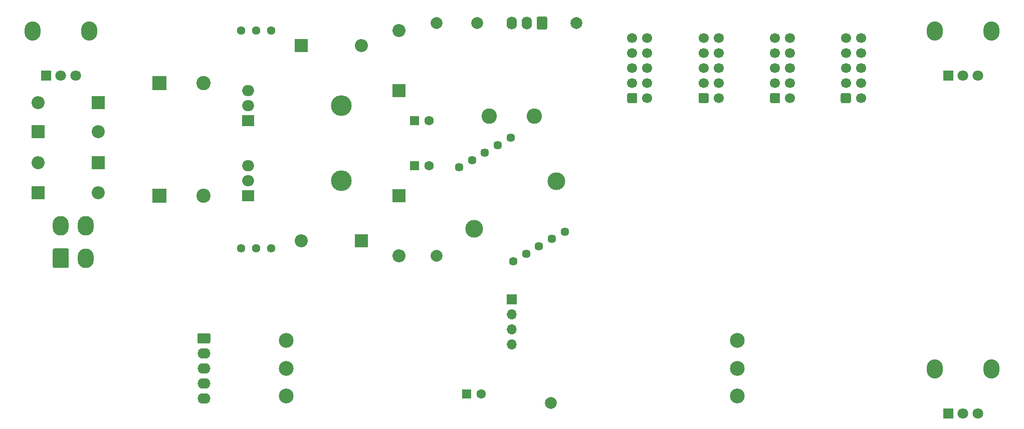
<source format=gts>
G04 #@! TF.GenerationSoftware,KiCad,Pcbnew,6.0.5+dfsg-1~bpo11+1*
G04 #@! TF.CreationDate,2023-04-15T13:36:49+00:00*
G04 #@! TF.ProjectId,lfo_and_power_supply,6c666f5f-616e-4645-9f70-6f7765725f73,0*
G04 #@! TF.SameCoordinates,Original*
G04 #@! TF.FileFunction,Soldermask,Top*
G04 #@! TF.FilePolarity,Negative*
%FSLAX46Y46*%
G04 Gerber Fmt 4.6, Leading zero omitted, Abs format (unit mm)*
G04 Created by KiCad (PCBNEW 6.0.5+dfsg-1~bpo11+1) date 2023-04-15 13:36:49*
%MOMM*%
%LPD*%
G01*
G04 APERTURE LIST*
%ADD10C,3.000000*%
%ADD11C,1.451600*%
%ADD12C,2.500000*%
%ADD13O,2.720000X3.240000*%
%ADD14R,1.800000X1.800000*%
%ADD15C,1.800000*%
%ADD16R,2.200000X2.200000*%
%ADD17O,2.200000X2.200000*%
%ADD18R,1.600000X1.600000*%
%ADD19C,1.600000*%
%ADD20C,1.700000*%
%ADD21C,2.000000*%
%ADD22O,3.500000X3.500000*%
%ADD23R,2.000000X1.905000*%
%ADD24O,2.000000X1.905000*%
%ADD25R,1.700000X1.700000*%
%ADD26O,1.700000X1.700000*%
%ADD27R,2.400000X2.400000*%
%ADD28C,2.400000*%
%ADD29O,2.700000X3.300000*%
%ADD30C,2.600000*%
%ADD31C,1.440000*%
%ADD32O,2.190000X1.740000*%
%ADD33O,1.740000X2.190000*%
G04 APERTURE END LIST*
D10*
X156068203Y-91567628D03*
X142211797Y-99567628D03*
D11*
X139684873Y-89190868D03*
X141849936Y-87940868D03*
X144015000Y-86690868D03*
X146180064Y-85440868D03*
X148345127Y-84190868D03*
X157495127Y-100039132D03*
X155330064Y-101289132D03*
X153165000Y-102539132D03*
X150999936Y-103789132D03*
X148834873Y-105039132D03*
D12*
X186690000Y-118490000D03*
X186690000Y-123190000D03*
X186690000Y-127890000D03*
D13*
X229590000Y-123310000D03*
X219990000Y-123310000D03*
D14*
X222290000Y-130810000D03*
D15*
X224790000Y-130810000D03*
X227290000Y-130810000D03*
D12*
X110490000Y-118490000D03*
X110490000Y-123190000D03*
X110490000Y-127890000D03*
D13*
X219990000Y-66160000D03*
X229590000Y-66160000D03*
D14*
X222290000Y-73660000D03*
D15*
X224790000Y-73660000D03*
X227290000Y-73660000D03*
D13*
X77190000Y-66160000D03*
X67590000Y-66160000D03*
D14*
X69890000Y-73660000D03*
D15*
X72390000Y-73660000D03*
X74890000Y-73660000D03*
D16*
X78740000Y-78232000D03*
D17*
X68580000Y-78232000D03*
D16*
X78740000Y-88392000D03*
D17*
X68580000Y-88392000D03*
D18*
X132120000Y-88900000D03*
D19*
X134620000Y-88900000D03*
G36*
G01*
X204137500Y-78070000D02*
X204137500Y-76870000D01*
G75*
G02*
X204387500Y-76620000I250000J0D01*
G01*
X205587500Y-76620000D01*
G75*
G02*
X205837500Y-76870000I0J-250000D01*
G01*
X205837500Y-78070000D01*
G75*
G02*
X205587500Y-78320000I-250000J0D01*
G01*
X204387500Y-78320000D01*
G75*
G02*
X204137500Y-78070000I0J250000D01*
G01*
G37*
D20*
X207527500Y-77470000D03*
X204987500Y-74930000D03*
X207527500Y-74930000D03*
X204987500Y-72390000D03*
X207527500Y-72390000D03*
X204987500Y-69850000D03*
X207527500Y-69850000D03*
X204987500Y-67310000D03*
X207527500Y-67310000D03*
D16*
X68580000Y-93472000D03*
D17*
X78740000Y-93472000D03*
D21*
X135890000Y-64770000D03*
G36*
G01*
X180125000Y-78070000D02*
X180125000Y-76870000D01*
G75*
G02*
X180375000Y-76620000I250000J0D01*
G01*
X181575000Y-76620000D01*
G75*
G02*
X181825000Y-76870000I0J-250000D01*
G01*
X181825000Y-78070000D01*
G75*
G02*
X181575000Y-78320000I-250000J0D01*
G01*
X180375000Y-78320000D01*
G75*
G02*
X180125000Y-78070000I0J250000D01*
G01*
G37*
D20*
X183515000Y-77470000D03*
X180975000Y-74930000D03*
X183515000Y-74930000D03*
X180975000Y-72390000D03*
X183515000Y-72390000D03*
X180975000Y-69850000D03*
X183515000Y-69850000D03*
X180975000Y-67310000D03*
X183515000Y-67310000D03*
D22*
X119780000Y-78740000D03*
D23*
X103980000Y-81280000D03*
D24*
X103980000Y-78740000D03*
X103980000Y-76200000D03*
D21*
X159512000Y-64770000D03*
D16*
X68580000Y-83185000D03*
D17*
X78740000Y-83185000D03*
D18*
X140931500Y-127508000D03*
D19*
X143431500Y-127508000D03*
D22*
X119780000Y-91440000D03*
D23*
X103980000Y-93980000D03*
D24*
X103980000Y-91440000D03*
X103980000Y-88900000D03*
G36*
G01*
X168060000Y-78070000D02*
X168060000Y-76870000D01*
G75*
G02*
X168310000Y-76620000I250000J0D01*
G01*
X169510000Y-76620000D01*
G75*
G02*
X169760000Y-76870000I0J-250000D01*
G01*
X169760000Y-78070000D01*
G75*
G02*
X169510000Y-78320000I-250000J0D01*
G01*
X168310000Y-78320000D01*
G75*
G02*
X168060000Y-78070000I0J250000D01*
G01*
G37*
D20*
X171450000Y-77470000D03*
X168910000Y-74930000D03*
X171450000Y-74930000D03*
X168910000Y-72390000D03*
X171450000Y-72390000D03*
X168910000Y-69850000D03*
X171450000Y-69850000D03*
X168910000Y-67310000D03*
X171450000Y-67310000D03*
D25*
X148590000Y-111506000D03*
D26*
X148590000Y-114046000D03*
X148590000Y-116586000D03*
X148590000Y-119126000D03*
D16*
X113030000Y-68580000D03*
D17*
X123190000Y-68580000D03*
D21*
X135890000Y-104140000D03*
D27*
X89020000Y-74930000D03*
D28*
X96520000Y-74930000D03*
D21*
X155194000Y-129032000D03*
D18*
X132120000Y-81280000D03*
D19*
X134620000Y-81280000D03*
D16*
X129540000Y-93980000D03*
D17*
X129540000Y-104140000D03*
D16*
X129540000Y-76200000D03*
D17*
X129540000Y-66040000D03*
G36*
G01*
X71040000Y-105959999D02*
X71040000Y-103160001D01*
G75*
G02*
X71290001Y-102910000I250001J0D01*
G01*
X73489999Y-102910000D01*
G75*
G02*
X73740000Y-103160001I0J-250001D01*
G01*
X73740000Y-105959999D01*
G75*
G02*
X73489999Y-106210000I-250001J0D01*
G01*
X71290001Y-106210000D01*
G75*
G02*
X71040000Y-105959999I0J250001D01*
G01*
G37*
D29*
X76590000Y-104560000D03*
X72390000Y-99060000D03*
X76590000Y-99060000D03*
D30*
X144780000Y-80518000D03*
X152400000Y-80518000D03*
D21*
X142748000Y-64770000D03*
D27*
X89020000Y-93980000D03*
D28*
X96520000Y-93980000D03*
D31*
X107950000Y-66040000D03*
X105410000Y-66040000D03*
X102870000Y-66040000D03*
X102860000Y-102870000D03*
X105400000Y-102870000D03*
X107940000Y-102870000D03*
G36*
G01*
X192190000Y-78070000D02*
X192190000Y-76870000D01*
G75*
G02*
X192440000Y-76620000I250000J0D01*
G01*
X193640000Y-76620000D01*
G75*
G02*
X193890000Y-76870000I0J-250000D01*
G01*
X193890000Y-78070000D01*
G75*
G02*
X193640000Y-78320000I-250000J0D01*
G01*
X192440000Y-78320000D01*
G75*
G02*
X192190000Y-78070000I0J250000D01*
G01*
G37*
D20*
X195580000Y-77470000D03*
X193040000Y-74930000D03*
X195580000Y-74930000D03*
X193040000Y-72390000D03*
X195580000Y-72390000D03*
X193040000Y-69850000D03*
X195580000Y-69850000D03*
X193040000Y-67310000D03*
X195580000Y-67310000D03*
G36*
G01*
X95695000Y-117240000D02*
X97385000Y-117240000D01*
G75*
G02*
X97635000Y-117490000I0J-250000D01*
G01*
X97635000Y-118730000D01*
G75*
G02*
X97385000Y-118980000I-250000J0D01*
G01*
X95695000Y-118980000D01*
G75*
G02*
X95445000Y-118730000I0J250000D01*
G01*
X95445000Y-117490000D01*
G75*
G02*
X95695000Y-117240000I250000J0D01*
G01*
G37*
D32*
X96540000Y-120650000D03*
X96540000Y-123190000D03*
X96540000Y-125730000D03*
X96540000Y-128270000D03*
D16*
X123190000Y-101600000D03*
D17*
X113030000Y-101600000D03*
G36*
G01*
X154540000Y-63925000D02*
X154540000Y-65615000D01*
G75*
G02*
X154290000Y-65865000I-250000J0D01*
G01*
X153050000Y-65865000D01*
G75*
G02*
X152800000Y-65615000I0J250000D01*
G01*
X152800000Y-63925000D01*
G75*
G02*
X153050000Y-63675000I250000J0D01*
G01*
X154290000Y-63675000D01*
G75*
G02*
X154540000Y-63925000I0J-250000D01*
G01*
G37*
D33*
X151130000Y-64770000D03*
X148590000Y-64770000D03*
M02*

</source>
